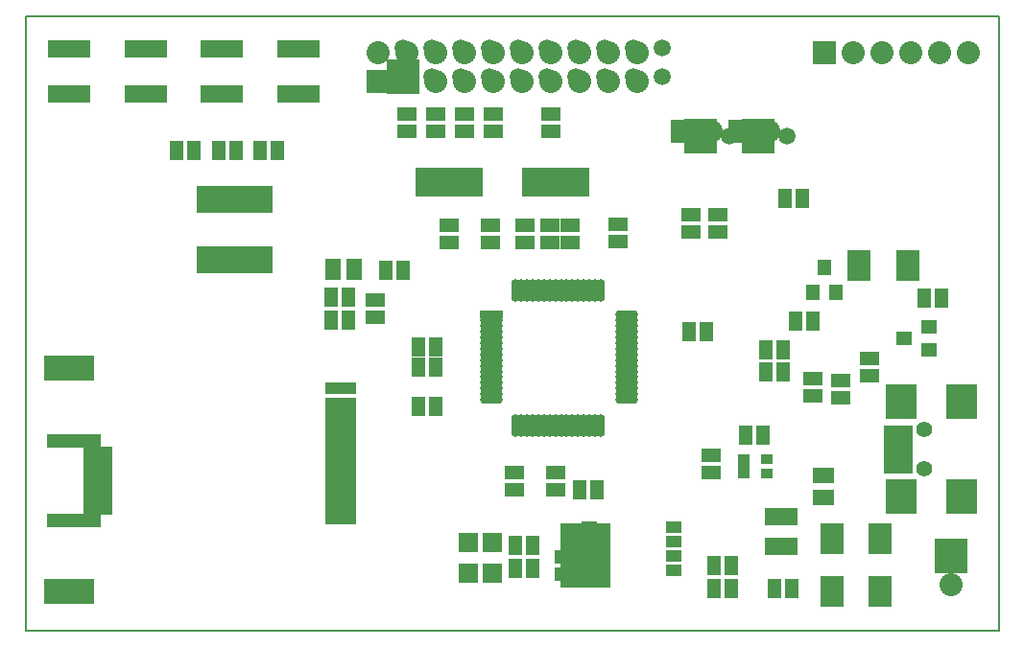
<source format=gts>
G04 (created by PCBNEW-RS274X (2011-06-08)-testing) date Sa 02 Jul 2011 20:51:35 CEST*
G01*
G70*
G90*
%MOIN*%
G04 Gerber Fmt 3.4, Leading zero omitted, Abs format*
%FSLAX34Y34*%
G04 APERTURE LIST*
%ADD10C,0.006000*%
%ADD11C,0.008000*%
%ADD12R,0.098700X0.043600*%
%ADD13R,0.185400X0.047600*%
%ADD14R,0.114500X0.136100*%
%ADD15R,0.114500X0.124300*%
%ADD16C,0.059400*%
%ADD17R,0.080000X0.080000*%
%ADD18C,0.080000*%
%ADD19R,0.236500X0.098700*%
%ADD20R,0.065000X0.045000*%
%ADD21R,0.045000X0.065000*%
%ADD22R,0.055000X0.075000*%
%ADD23R,0.075000X0.055000*%
%ADD24R,0.080000X0.029800*%
%ADD25O,0.080000X0.029800*%
%ADD26O,0.029800X0.080000*%
%ADD27R,0.051500X0.055400*%
%ADD28R,0.055400X0.051500*%
%ADD29R,0.146000X0.059400*%
%ADD30C,0.055400*%
%ADD31R,0.098700X0.039700*%
%ADD32R,0.106600X0.118400*%
%ADD33R,0.110600X0.059400*%
%ADD34R,0.110600X0.039700*%
%ADD35R,0.177500X0.086900*%
%ADD36R,0.036000X0.094800*%
%ADD37R,0.040000X0.032000*%
%ADD38R,0.043600X0.063300*%
%ADD39R,0.079800X0.110600*%
%ADD40R,0.067200X0.067200*%
%ADD41R,0.057900X0.039700*%
G04 APERTURE END LIST*
G54D10*
G54D11*
X14450Y-56300D02*
X14450Y-34950D01*
X48250Y-56300D02*
X14450Y-56300D01*
X48250Y-34950D02*
X48250Y-56300D01*
X15250Y-34950D02*
X48250Y-34950D01*
X14450Y-34950D02*
X15250Y-34950D01*
G54D12*
X16947Y-50116D03*
X16947Y-50509D03*
X16947Y-50903D03*
X16947Y-51297D03*
X16947Y-51691D03*
X16947Y-52084D03*
G54D13*
X16120Y-49722D03*
X16120Y-52478D03*
G54D14*
X34195Y-53250D03*
X33605Y-53250D03*
X34195Y-54150D03*
X33605Y-54150D03*
G54D15*
X27550Y-37050D03*
G54D16*
X27550Y-36050D03*
X28550Y-37050D03*
X28550Y-36050D03*
X29550Y-37050D03*
X29550Y-36050D03*
X30550Y-37050D03*
X30550Y-36050D03*
X31550Y-37050D03*
X31550Y-36050D03*
X32550Y-37050D03*
X32550Y-36050D03*
X33550Y-37050D03*
X33550Y-36050D03*
X34550Y-37050D03*
X34550Y-36050D03*
X35550Y-37050D03*
X35550Y-36050D03*
X36550Y-37050D03*
X36550Y-36050D03*
G54D15*
X37900Y-39100D03*
G54D16*
X38900Y-39100D03*
G54D15*
X39900Y-39100D03*
G54D16*
X40900Y-39100D03*
G54D15*
X46600Y-53700D03*
G54D16*
X46600Y-54700D03*
G54D17*
X26700Y-37200D03*
G54D18*
X26700Y-36200D03*
X27700Y-37200D03*
X27700Y-36200D03*
X28700Y-37200D03*
X28700Y-36200D03*
X29700Y-37200D03*
X29700Y-36200D03*
X30700Y-37200D03*
X30700Y-36200D03*
X31700Y-37200D03*
X31700Y-36200D03*
X32700Y-37200D03*
X32700Y-36200D03*
X33700Y-37200D03*
X33700Y-36200D03*
X34700Y-37200D03*
X34700Y-36200D03*
X35700Y-37200D03*
X35700Y-36200D03*
G54D17*
X37250Y-38950D03*
G54D18*
X38250Y-38950D03*
G54D17*
X39250Y-38950D03*
G54D18*
X40250Y-38950D03*
G54D17*
X46600Y-53700D03*
G54D18*
X46600Y-54700D03*
G54D19*
X32850Y-40700D03*
X29150Y-40700D03*
G54D20*
X33178Y-53736D03*
X33178Y-54336D03*
G54D21*
X33687Y-51400D03*
X34287Y-51400D03*
X41795Y-45537D03*
X41195Y-45537D03*
X32050Y-53350D03*
X31450Y-53350D03*
X32050Y-54150D03*
X31450Y-54150D03*
X40842Y-41267D03*
X41442Y-41267D03*
X25050Y-44700D03*
X25650Y-44700D03*
X40150Y-46550D03*
X40750Y-46550D03*
X40150Y-47300D03*
X40750Y-47300D03*
G54D20*
X32700Y-38350D03*
X32700Y-38950D03*
X30700Y-38350D03*
X30700Y-38950D03*
X29700Y-38350D03*
X29700Y-38950D03*
X28700Y-38350D03*
X28700Y-38950D03*
X27700Y-38350D03*
X27700Y-38950D03*
X42750Y-48200D03*
X42750Y-47600D03*
X43750Y-47450D03*
X43750Y-46850D03*
G54D21*
X46250Y-44750D03*
X45650Y-44750D03*
X27551Y-43763D03*
X26951Y-43763D03*
X38350Y-54050D03*
X38950Y-54050D03*
X38348Y-54857D03*
X38948Y-54857D03*
G54D20*
X35015Y-42785D03*
X35015Y-42185D03*
X32850Y-50800D03*
X32850Y-51400D03*
X29150Y-42200D03*
X29150Y-42800D03*
X31800Y-42800D03*
X31800Y-42200D03*
G54D21*
X28700Y-48500D03*
X28100Y-48500D03*
G54D20*
X30600Y-42800D03*
X30600Y-42200D03*
G54D21*
X41050Y-54850D03*
X40450Y-54850D03*
G54D20*
X38500Y-42450D03*
X38500Y-41850D03*
G54D21*
X28700Y-47150D03*
X28100Y-47150D03*
G54D20*
X37550Y-42450D03*
X37550Y-41850D03*
G54D21*
X25650Y-45500D03*
X25050Y-45500D03*
G54D20*
X33350Y-42800D03*
X33350Y-42200D03*
G54D21*
X37500Y-45900D03*
X38100Y-45900D03*
G54D20*
X26600Y-45400D03*
X26600Y-44800D03*
X41800Y-48150D03*
X41800Y-47550D03*
X31420Y-50809D03*
X31420Y-51409D03*
X32647Y-42804D03*
X32647Y-42204D03*
G54D21*
X28700Y-46450D03*
X28100Y-46450D03*
G54D22*
X25870Y-43753D03*
X25120Y-43753D03*
G54D23*
X42150Y-50925D03*
X42150Y-51675D03*
G54D24*
X30639Y-45324D03*
G54D25*
X30639Y-45521D03*
X30639Y-45718D03*
X30639Y-45915D03*
X30639Y-46112D03*
X30639Y-46308D03*
X30639Y-46505D03*
X30639Y-46702D03*
X30639Y-46899D03*
X30639Y-47096D03*
X30639Y-47293D03*
X30639Y-47489D03*
X30639Y-47686D03*
X30639Y-47883D03*
X30639Y-48080D03*
X30639Y-48277D03*
G54D26*
X31474Y-49175D03*
X31671Y-49175D03*
X31868Y-49175D03*
X32065Y-49175D03*
X32262Y-49175D03*
X32458Y-49175D03*
X32655Y-49175D03*
X32852Y-49175D03*
X33049Y-49175D03*
X33246Y-49175D03*
X33443Y-49175D03*
X33639Y-49175D03*
X33836Y-49175D03*
X34033Y-49175D03*
X34230Y-49175D03*
X34427Y-49175D03*
G54D25*
X35325Y-48277D03*
X35325Y-48080D03*
X35325Y-47883D03*
X35325Y-47686D03*
X35325Y-47489D03*
X35325Y-47293D03*
X35325Y-47096D03*
X35325Y-46899D03*
X35325Y-46702D03*
X35325Y-46505D03*
X35325Y-46308D03*
X35325Y-46112D03*
X35325Y-45915D03*
X35325Y-45718D03*
X35325Y-45521D03*
X35325Y-45324D03*
G54D26*
X34427Y-44489D03*
X34230Y-44489D03*
X33836Y-44489D03*
X34033Y-44482D03*
X33639Y-44489D03*
X33443Y-44489D03*
X33246Y-44489D03*
X33049Y-44489D03*
X32852Y-44489D03*
X32655Y-44489D03*
X32461Y-44489D03*
X32264Y-44489D03*
X32067Y-44489D03*
X31870Y-44489D03*
X31674Y-44489D03*
X31477Y-44489D03*
G54D17*
X42200Y-36200D03*
G54D18*
X43200Y-36200D03*
X44200Y-36200D03*
X45200Y-36200D03*
X46200Y-36200D03*
X47200Y-36200D03*
G54D27*
X41806Y-44533D03*
X42594Y-44533D03*
X42200Y-43667D03*
G54D28*
X45833Y-46544D03*
X45833Y-45756D03*
X44967Y-46150D03*
G54D29*
X18639Y-36063D03*
X18639Y-37637D03*
X15961Y-37637D03*
X15961Y-36063D03*
X23939Y-36063D03*
X23939Y-37637D03*
X21261Y-37637D03*
X21261Y-36063D03*
G54D30*
X45650Y-50689D03*
X45650Y-49311D03*
G54D31*
X44764Y-50315D03*
X44764Y-50000D03*
X44764Y-49685D03*
X44764Y-49370D03*
X44764Y-50630D03*
G54D32*
X44863Y-51654D03*
X44863Y-48346D03*
X46949Y-51654D03*
X46949Y-48346D03*
G54D33*
X25403Y-52294D03*
X25403Y-51794D03*
X25403Y-50794D03*
X25403Y-51294D03*
X25403Y-50294D03*
X25403Y-49794D03*
X25403Y-49294D03*
X25403Y-48794D03*
G54D34*
X25403Y-48400D03*
X25403Y-47889D03*
G54D35*
X15954Y-47172D03*
X15954Y-54928D03*
G54D36*
X22850Y-41300D03*
X22600Y-41300D03*
X22340Y-41300D03*
X22080Y-41300D03*
X21830Y-41300D03*
X21570Y-41300D03*
X21310Y-41300D03*
X21060Y-41300D03*
X20800Y-41300D03*
X20550Y-41300D03*
X20550Y-43400D03*
X20800Y-43400D03*
X21060Y-43400D03*
X21310Y-43400D03*
X21570Y-43400D03*
X21830Y-43400D03*
X22080Y-43400D03*
X22340Y-43400D03*
X22600Y-43400D03*
X22850Y-43400D03*
G54D21*
X40050Y-49500D03*
X39450Y-49500D03*
X23200Y-39600D03*
X22600Y-39600D03*
X21150Y-39600D03*
X21750Y-39600D03*
X19700Y-39600D03*
X20300Y-39600D03*
G54D20*
X38250Y-50200D03*
X38250Y-50800D03*
G54D37*
X39400Y-50350D03*
X39400Y-50850D03*
X40200Y-50350D03*
X39400Y-50600D03*
X40200Y-50850D03*
G54D38*
X40326Y-53362D03*
X40700Y-53362D03*
X41074Y-53362D03*
X40326Y-52338D03*
X40700Y-52338D03*
X41074Y-52338D03*
G54D39*
X45089Y-43600D03*
X43411Y-43600D03*
G54D40*
X30663Y-54300D03*
X29837Y-54300D03*
X30663Y-53250D03*
X29837Y-53250D03*
G54D41*
X36955Y-52700D03*
X36955Y-54200D03*
X36955Y-53700D03*
X36955Y-53200D03*
X34045Y-54200D03*
X34045Y-53700D03*
X34046Y-53200D03*
X34045Y-52700D03*
G54D39*
X44139Y-53100D03*
X42461Y-53100D03*
X44139Y-54950D03*
X42461Y-54950D03*
M02*

</source>
